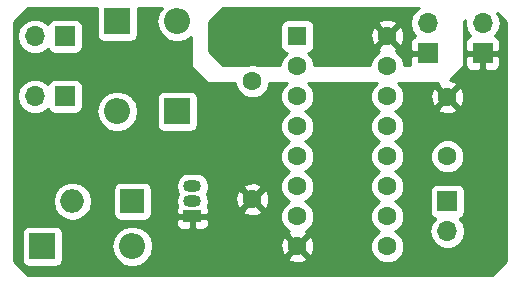
<source format=gbr>
G04 #@! TF.GenerationSoftware,KiCad,Pcbnew,6.0.0-rc1-unknown-7c960aa~66~ubuntu18.04.1*
G04 #@! TF.CreationDate,2018-10-18T20:47:30-04:00*
G04 #@! TF.ProjectId,Tach Circuit,5461636820436972637569742E6B6963,rev?*
G04 #@! TF.SameCoordinates,Original*
G04 #@! TF.FileFunction,Copper,L2,Bot,Signal*
G04 #@! TF.FilePolarity,Positive*
%FSLAX46Y46*%
G04 Gerber Fmt 4.6, Leading zero omitted, Abs format (unit mm)*
G04 Created by KiCad (PCBNEW 6.0.0-rc1-unknown-7c960aa~66~ubuntu18.04.1) date Thu 18 Oct 2018 08:47:30 PM EDT*
%MOMM*%
%LPD*%
G01*
G04 APERTURE LIST*
G04 #@! TA.AperFunction,ComponentPad*
%ADD10O,2.200000X2.200000*%
G04 #@! TD*
G04 #@! TA.AperFunction,ComponentPad*
%ADD11R,2.200000X2.200000*%
G04 #@! TD*
G04 #@! TA.AperFunction,ComponentPad*
%ADD12O,2.000000X2.000000*%
G04 #@! TD*
G04 #@! TA.AperFunction,ComponentPad*
%ADD13R,2.000000X2.000000*%
G04 #@! TD*
G04 #@! TA.AperFunction,ComponentPad*
%ADD14O,1.700000X1.700000*%
G04 #@! TD*
G04 #@! TA.AperFunction,ComponentPad*
%ADD15R,1.700000X1.700000*%
G04 #@! TD*
G04 #@! TA.AperFunction,ComponentPad*
%ADD16R,1.500000X1.050000*%
G04 #@! TD*
G04 #@! TA.AperFunction,ComponentPad*
%ADD17O,1.500000X1.050000*%
G04 #@! TD*
G04 #@! TA.AperFunction,ComponentPad*
%ADD18C,1.600000*%
G04 #@! TD*
G04 #@! TA.AperFunction,ComponentPad*
%ADD19R,1.600000X1.600000*%
G04 #@! TD*
G04 #@! TA.AperFunction,ViaPad*
%ADD20C,1.200000*%
G04 #@! TD*
G04 #@! TA.AperFunction,Conductor*
%ADD21C,0.250000*%
G04 #@! TD*
G04 #@! TA.AperFunction,Conductor*
%ADD22C,0.254000*%
G04 #@! TD*
G04 APERTURE END LIST*
D10*
G04 #@! TO.P,D3,2*
G04 #@! TO.N,Net-(D3-Pad2)*
X134620000Y85090000D03*
D11*
G04 #@! TO.P,D3,1*
G04 #@! TO.N,Net-(D2-Pad1)*
X127000000Y85090000D03*
G04 #@! TD*
D12*
G04 #@! TO.P,D2,2*
G04 #@! TO.N,Net-(D2-Pad2)*
X129540000Y88900000D03*
D13*
G04 #@! TO.P,D2,1*
G04 #@! TO.N,Net-(D2-Pad1)*
X134620000Y88900000D03*
G04 #@! TD*
D10*
G04 #@! TO.P,D1,2*
G04 #@! TO.N,Net-(D0-Pad1)*
X138430000Y104140000D03*
D11*
G04 #@! TO.P,D1,1*
G04 #@! TO.N,Net-(D1-Pad1)*
X138430000Y96520000D03*
G04 #@! TD*
D10*
G04 #@! TO.P,D0,2*
G04 #@! TO.N,Net-(D0-Pad2)*
X133350000Y96520000D03*
D11*
G04 #@! TO.P,D0,1*
G04 #@! TO.N,Net-(D0-Pad1)*
X133350000Y104140000D03*
G04 #@! TD*
D14*
G04 #@! TO.P,VCC1,2*
G04 #@! TO.N,N/C*
X159636385Y103973263D03*
D15*
G04 #@! TO.P,VCC1,1*
G04 #@! TO.N,+5V*
X159636385Y101433263D03*
G04 #@! TD*
D14*
G04 #@! TO.P,GND1,2*
G04 #@! TO.N,N/C*
X164286385Y103973263D03*
D15*
G04 #@! TO.P,GND1,1*
G04 #@! TO.N,GND*
X164286385Y101433263D03*
G04 #@! TD*
D16*
G04 #@! TO.P,Q1,1*
G04 #@! TO.N,GND*
X139700000Y87630000D03*
D17*
G04 #@! TO.P,Q1,3*
G04 #@! TO.N,Net-(C1-Pad1)*
X139700000Y90170000D03*
G04 #@! TO.P,Q1,2*
G04 #@! TO.N,Net-(D2-Pad1)*
X139700000Y88900000D03*
G04 #@! TD*
D14*
G04 #@! TO.P,Out1,2*
G04 #@! TO.N,N/C*
X161290000Y86360000D03*
D15*
G04 #@! TO.P,Out1,1*
G04 #@! TO.N,Net-(C2-Pad1)*
X161290000Y88900000D03*
G04 #@! TD*
D14*
G04 #@! TO.P,In2,2*
G04 #@! TO.N,N/C*
X126375061Y97790000D03*
D15*
G04 #@! TO.P,In2,1*
G04 #@! TO.N,Net-(D0-Pad2)*
X128915061Y97790000D03*
G04 #@! TD*
D14*
G04 #@! TO.P,In1,2*
G04 #@! TO.N,N/C*
X126375061Y102870000D03*
D15*
G04 #@! TO.P,In1,1*
G04 #@! TO.N,Net-(D0-Pad1)*
X128915061Y102870000D03*
G04 #@! TD*
D18*
G04 #@! TO.P,DIP1,9*
G04 #@! TO.N,Net-(DIP1-Pad9)*
X156210000Y85090000D03*
G04 #@! TO.P,DIP1,8*
G04 #@! TO.N,GND*
X148590000Y85090000D03*
G04 #@! TO.P,DIP1,16*
G04 #@! TO.N,+5V*
X156210000Y102870000D03*
G04 #@! TO.P,DIP1,15*
G04 #@! TO.N,Net-(C1-Pad1)*
X156210000Y100330000D03*
G04 #@! TO.P,DIP1,14*
G04 #@! TO.N,Net-(C2-Pad1)*
X156210000Y97790000D03*
G04 #@! TO.P,DIP1,13*
G04 #@! TO.N,Net-(DIP1-Pad13)*
X156210000Y95250000D03*
G04 #@! TO.P,DIP1,12*
G04 #@! TO.N,Net-(DIP1-Pad12)*
X156210000Y92710000D03*
G04 #@! TO.P,DIP1,11*
G04 #@! TO.N,Net-(DIP1-Pad11)*
X156210000Y90170000D03*
G04 #@! TO.P,DIP1,10*
G04 #@! TO.N,Net-(DIP1-Pad10)*
X156210000Y87630000D03*
G04 #@! TO.P,DIP1,7*
G04 #@! TO.N,Net-(DIP1-Pad7)*
X148590000Y87630000D03*
G04 #@! TO.P,DIP1,6*
G04 #@! TO.N,Net-(DIP1-Pad6)*
X148590000Y90170000D03*
G04 #@! TO.P,DIP1,5*
G04 #@! TO.N,Net-(DIP1-Pad5)*
X148590000Y92710000D03*
G04 #@! TO.P,DIP1,4*
G04 #@! TO.N,Net-(DIP1-Pad4)*
X148590000Y95250000D03*
G04 #@! TO.P,DIP1,3*
G04 #@! TO.N,Net-(DIP1-Pad3)*
X148590000Y97790000D03*
G04 #@! TO.P,DIP1,2*
G04 #@! TO.N,Net-(DIP1-Pad2)*
X148590000Y100330000D03*
D19*
G04 #@! TO.P,DIP1,1*
G04 #@! TO.N,Net-(C1-Pad1)*
X148590000Y102870000D03*
G04 #@! TD*
D18*
G04 #@! TO.P,C2,2*
G04 #@! TO.N,GND*
X161290000Y97710000D03*
G04 #@! TO.P,C2,1*
G04 #@! TO.N,Net-(C2-Pad1)*
X161290000Y92710000D03*
G04 #@! TD*
G04 #@! TO.P,C1,2*
G04 #@! TO.N,GND*
X144780000Y89060000D03*
G04 #@! TO.P,C1,1*
G04 #@! TO.N,Net-(C1-Pad1)*
X144780000Y99060000D03*
G04 #@! TD*
D20*
G04 #@! TO.N,+5V*
X146500000Y104140000D03*
G04 #@! TD*
D21*
G04 #@! TO.N,GND*
X161663122Y97710000D02*
X161290000Y97710000D01*
X140700000Y87630000D02*
X139700000Y87630000D01*
G04 #@! TD*
D22*
G04 #@! TO.N,GND*
G36*
X131602560Y105240000D02*
X131602560Y103040000D01*
X131651843Y102792235D01*
X131792191Y102582191D01*
X132002235Y102441843D01*
X132250000Y102392560D01*
X134450000Y102392560D01*
X134697765Y102441843D01*
X134907809Y102582191D01*
X135048157Y102792235D01*
X135097440Y103040000D01*
X135097440Y105240000D01*
X135088887Y105283000D01*
X137107062Y105283000D01*
X136795666Y104816963D01*
X136661010Y104140000D01*
X136795666Y103463037D01*
X137179135Y102889135D01*
X137753037Y102505666D01*
X138259120Y102405000D01*
X138600880Y102405000D01*
X139106963Y102505666D01*
X139573000Y102817062D01*
X139573000Y100330000D01*
X139582667Y100281399D01*
X139610197Y100240197D01*
X140880197Y98970197D01*
X140921399Y98942667D01*
X140970000Y98933000D01*
X143345000Y98933000D01*
X143345000Y98774561D01*
X143563466Y98247138D01*
X143967138Y97843466D01*
X144494561Y97625000D01*
X145065439Y97625000D01*
X145592862Y97843466D01*
X145996534Y98247138D01*
X146215000Y98774561D01*
X146215000Y98933000D01*
X147703604Y98933000D01*
X147373466Y98602862D01*
X147155000Y98075439D01*
X147155000Y97504561D01*
X147373466Y96977138D01*
X147777138Y96573466D01*
X147906216Y96520000D01*
X147777138Y96466534D01*
X147373466Y96062862D01*
X147155000Y95535439D01*
X147155000Y94964561D01*
X147373466Y94437138D01*
X147777138Y94033466D01*
X147906216Y93980000D01*
X147777138Y93926534D01*
X147373466Y93522862D01*
X147155000Y92995439D01*
X147155000Y92424561D01*
X147373466Y91897138D01*
X147777138Y91493466D01*
X147906216Y91440000D01*
X147777138Y91386534D01*
X147373466Y90982862D01*
X147155000Y90455439D01*
X147155000Y89884561D01*
X147373466Y89357138D01*
X147777138Y88953466D01*
X147906216Y88900000D01*
X147777138Y88846534D01*
X147373466Y88442862D01*
X147155000Y87915439D01*
X147155000Y87344561D01*
X147373466Y86817138D01*
X147777138Y86413466D01*
X147890583Y86366475D01*
X147835995Y86343864D01*
X147761861Y86097745D01*
X148590000Y85269605D01*
X149418139Y86097745D01*
X149344005Y86343864D01*
X149285552Y86364874D01*
X149402862Y86413466D01*
X149806534Y86817138D01*
X150025000Y87344561D01*
X150025000Y87915439D01*
X149806534Y88442862D01*
X149402862Y88846534D01*
X149273784Y88900000D01*
X149402862Y88953466D01*
X149806534Y89357138D01*
X150025000Y89884561D01*
X150025000Y90455439D01*
X149806534Y90982862D01*
X149402862Y91386534D01*
X149273784Y91440000D01*
X149402862Y91493466D01*
X149806534Y91897138D01*
X150025000Y92424561D01*
X150025000Y92995439D01*
X149806534Y93522862D01*
X149402862Y93926534D01*
X149273784Y93980000D01*
X149402862Y94033466D01*
X149806534Y94437138D01*
X150025000Y94964561D01*
X150025000Y95535439D01*
X149806534Y96062862D01*
X149402862Y96466534D01*
X149273784Y96520000D01*
X149402862Y96573466D01*
X149806534Y96977138D01*
X150025000Y97504561D01*
X150025000Y98075439D01*
X149806534Y98602862D01*
X149476396Y98933000D01*
X155323604Y98933000D01*
X154993466Y98602862D01*
X154775000Y98075439D01*
X154775000Y97504561D01*
X154993466Y96977138D01*
X155397138Y96573466D01*
X155526216Y96520000D01*
X155397138Y96466534D01*
X154993466Y96062862D01*
X154775000Y95535439D01*
X154775000Y94964561D01*
X154993466Y94437138D01*
X155397138Y94033466D01*
X155526216Y93980000D01*
X155397138Y93926534D01*
X154993466Y93522862D01*
X154775000Y92995439D01*
X154775000Y92424561D01*
X154993466Y91897138D01*
X155397138Y91493466D01*
X155526216Y91440000D01*
X155397138Y91386534D01*
X154993466Y90982862D01*
X154775000Y90455439D01*
X154775000Y89884561D01*
X154993466Y89357138D01*
X155397138Y88953466D01*
X155526216Y88900000D01*
X155397138Y88846534D01*
X154993466Y88442862D01*
X154775000Y87915439D01*
X154775000Y87344561D01*
X154993466Y86817138D01*
X155397138Y86413466D01*
X155526216Y86360000D01*
X155397138Y86306534D01*
X154993466Y85902862D01*
X154775000Y85375439D01*
X154775000Y84804561D01*
X154993466Y84277138D01*
X155397138Y83873466D01*
X155924561Y83655000D01*
X156495439Y83655000D01*
X157022862Y83873466D01*
X157426534Y84277138D01*
X157645000Y84804561D01*
X157645000Y85375439D01*
X157426534Y85902862D01*
X157022862Y86306534D01*
X156893784Y86360000D01*
X159775908Y86360000D01*
X159891161Y85780582D01*
X160219375Y85289375D01*
X160710582Y84961161D01*
X161143744Y84875000D01*
X161436256Y84875000D01*
X161869418Y84961161D01*
X162360625Y85289375D01*
X162688839Y85780582D01*
X162804092Y86360000D01*
X162688839Y86939418D01*
X162360625Y87430625D01*
X162342381Y87442816D01*
X162387765Y87451843D01*
X162597809Y87592191D01*
X162738157Y87802235D01*
X162787440Y88050000D01*
X162787440Y89750000D01*
X162738157Y89997765D01*
X162597809Y90207809D01*
X162387765Y90348157D01*
X162140000Y90397440D01*
X160440000Y90397440D01*
X160192235Y90348157D01*
X159982191Y90207809D01*
X159841843Y89997765D01*
X159792560Y89750000D01*
X159792560Y88050000D01*
X159841843Y87802235D01*
X159982191Y87592191D01*
X160192235Y87451843D01*
X160237619Y87442816D01*
X160219375Y87430625D01*
X159891161Y86939418D01*
X159775908Y86360000D01*
X156893784Y86360000D01*
X157022862Y86413466D01*
X157426534Y86817138D01*
X157645000Y87344561D01*
X157645000Y87915439D01*
X157426534Y88442862D01*
X157022862Y88846534D01*
X156893784Y88900000D01*
X157022862Y88953466D01*
X157426534Y89357138D01*
X157645000Y89884561D01*
X157645000Y90455439D01*
X157426534Y90982862D01*
X157022862Y91386534D01*
X156893784Y91440000D01*
X157022862Y91493466D01*
X157426534Y91897138D01*
X157645000Y92424561D01*
X157645000Y92995439D01*
X159855000Y92995439D01*
X159855000Y92424561D01*
X160073466Y91897138D01*
X160477138Y91493466D01*
X161004561Y91275000D01*
X161575439Y91275000D01*
X162102862Y91493466D01*
X162506534Y91897138D01*
X162725000Y92424561D01*
X162725000Y92995439D01*
X162506534Y93522862D01*
X162102862Y93926534D01*
X161575439Y94145000D01*
X161004561Y94145000D01*
X160477138Y93926534D01*
X160073466Y93522862D01*
X159855000Y92995439D01*
X157645000Y92995439D01*
X157426534Y93522862D01*
X157022862Y93926534D01*
X156893784Y93980000D01*
X157022862Y94033466D01*
X157426534Y94437138D01*
X157645000Y94964561D01*
X157645000Y95535439D01*
X157426534Y96062862D01*
X157022862Y96466534D01*
X156893784Y96520000D01*
X157022862Y96573466D01*
X157151651Y96702255D01*
X160461861Y96702255D01*
X160535995Y96456136D01*
X161073223Y96263035D01*
X161643454Y96290222D01*
X162044005Y96456136D01*
X162118139Y96702255D01*
X161290000Y97530395D01*
X160461861Y96702255D01*
X157151651Y96702255D01*
X157426534Y96977138D01*
X157645000Y97504561D01*
X157645000Y97926777D01*
X159843035Y97926777D01*
X159870222Y97356546D01*
X160036136Y96955995D01*
X160282255Y96881861D01*
X161110395Y97710000D01*
X161469605Y97710000D01*
X162297745Y96881861D01*
X162543864Y96955995D01*
X162736965Y97493223D01*
X162709778Y98063454D01*
X162543864Y98464005D01*
X162297745Y98538139D01*
X161469605Y97710000D01*
X161110395Y97710000D01*
X160282255Y98538139D01*
X160036136Y98464005D01*
X159843035Y97926777D01*
X157645000Y97926777D01*
X157645000Y98075439D01*
X157426534Y98602862D01*
X157096396Y98933000D01*
X160526698Y98933000D01*
X160461861Y98717745D01*
X161290000Y97889605D01*
X162118139Y98717745D01*
X162044005Y98963864D01*
X161550761Y99141155D01*
X162649803Y100240197D01*
X162677333Y100281399D01*
X162687000Y100330000D01*
X162687000Y101147513D01*
X162801385Y101147513D01*
X162801385Y100456953D01*
X162898058Y100223564D01*
X163076687Y100044936D01*
X163310076Y99948263D01*
X164000635Y99948263D01*
X164159385Y100107013D01*
X164159385Y101306263D01*
X164413385Y101306263D01*
X164413385Y100107013D01*
X164572135Y99948263D01*
X165262694Y99948263D01*
X165496083Y100044936D01*
X165674712Y100223564D01*
X165771385Y100456953D01*
X165771385Y101147513D01*
X165612635Y101306263D01*
X164413385Y101306263D01*
X164159385Y101306263D01*
X162960135Y101306263D01*
X162801385Y101147513D01*
X162687000Y101147513D01*
X162687000Y104087394D01*
X162821810Y104222204D01*
X162772293Y103973263D01*
X162887546Y103393845D01*
X163215760Y102902638D01*
X163237418Y102888167D01*
X163076687Y102821590D01*
X162898058Y102642962D01*
X162801385Y102409573D01*
X162801385Y101719013D01*
X162960135Y101560263D01*
X164159385Y101560263D01*
X164159385Y101580263D01*
X164413385Y101580263D01*
X164413385Y101560263D01*
X165612635Y101560263D01*
X165771385Y101719013D01*
X165771385Y102409573D01*
X165674712Y102642962D01*
X165496083Y102821590D01*
X165335352Y102888167D01*
X165357010Y102902638D01*
X165685224Y103393845D01*
X165800477Y103973263D01*
X165685224Y104552681D01*
X165498982Y104831412D01*
X166243000Y104087394D01*
X166243000Y83872606D01*
X165047394Y82677000D01*
X125782606Y82677000D01*
X124587000Y83872606D01*
X124587000Y86190000D01*
X125252560Y86190000D01*
X125252560Y83990000D01*
X125301843Y83742235D01*
X125442191Y83532191D01*
X125652235Y83391843D01*
X125900000Y83342560D01*
X128100000Y83342560D01*
X128347765Y83391843D01*
X128557809Y83532191D01*
X128698157Y83742235D01*
X128747440Y83990000D01*
X128747440Y85090000D01*
X132851010Y85090000D01*
X132985666Y84413037D01*
X133369135Y83839135D01*
X133943037Y83455666D01*
X134449120Y83355000D01*
X134790880Y83355000D01*
X135296963Y83455666D01*
X135870865Y83839135D01*
X136033312Y84082255D01*
X147761861Y84082255D01*
X147835995Y83836136D01*
X148373223Y83643035D01*
X148943454Y83670222D01*
X149344005Y83836136D01*
X149418139Y84082255D01*
X148590000Y84910395D01*
X147761861Y84082255D01*
X136033312Y84082255D01*
X136254334Y84413037D01*
X136388990Y85090000D01*
X136345871Y85306777D01*
X147143035Y85306777D01*
X147170222Y84736546D01*
X147336136Y84335995D01*
X147582255Y84261861D01*
X148410395Y85090000D01*
X148769605Y85090000D01*
X149597745Y84261861D01*
X149843864Y84335995D01*
X150036965Y84873223D01*
X150009778Y85443454D01*
X149843864Y85844005D01*
X149597745Y85918139D01*
X148769605Y85090000D01*
X148410395Y85090000D01*
X147582255Y85918139D01*
X147336136Y85844005D01*
X147143035Y85306777D01*
X136345871Y85306777D01*
X136254334Y85766963D01*
X135870865Y86340865D01*
X135296963Y86724334D01*
X134790880Y86825000D01*
X134449120Y86825000D01*
X133943037Y86724334D01*
X133369135Y86340865D01*
X132985666Y85766963D01*
X132851010Y85090000D01*
X128747440Y85090000D01*
X128747440Y86190000D01*
X128698157Y86437765D01*
X128557809Y86647809D01*
X128347765Y86788157D01*
X128100000Y86837440D01*
X125900000Y86837440D01*
X125652235Y86788157D01*
X125442191Y86647809D01*
X125301843Y86437765D01*
X125252560Y86190000D01*
X124587000Y86190000D01*
X124587000Y88900000D01*
X127872969Y88900000D01*
X127999864Y88262055D01*
X128361231Y87721231D01*
X128902055Y87359864D01*
X129378969Y87265000D01*
X129701031Y87265000D01*
X130177945Y87359864D01*
X130718769Y87721231D01*
X131080136Y88262055D01*
X131207031Y88900000D01*
X131080136Y89537945D01*
X130838219Y89900000D01*
X132972560Y89900000D01*
X132972560Y87900000D01*
X133021843Y87652235D01*
X133162191Y87442191D01*
X133372235Y87301843D01*
X133620000Y87252560D01*
X135620000Y87252560D01*
X135867765Y87301843D01*
X135931231Y87344250D01*
X138315000Y87344250D01*
X138315000Y86978691D01*
X138411673Y86745302D01*
X138590301Y86566673D01*
X138823690Y86470000D01*
X139414250Y86470000D01*
X139573000Y86628750D01*
X139573000Y87503000D01*
X139827000Y87503000D01*
X139827000Y86628750D01*
X139985750Y86470000D01*
X140576310Y86470000D01*
X140809699Y86566673D01*
X140988327Y86745302D01*
X141085000Y86978691D01*
X141085000Y87344250D01*
X140926250Y87503000D01*
X139827000Y87503000D01*
X139573000Y87503000D01*
X138473750Y87503000D01*
X138315000Y87344250D01*
X135931231Y87344250D01*
X136077809Y87442191D01*
X136218157Y87652235D01*
X136267440Y87900000D01*
X136267440Y89900000D01*
X136218157Y90147765D01*
X136203300Y90170000D01*
X138292275Y90170000D01*
X138382305Y89717391D01*
X138504174Y89535000D01*
X138382305Y89352609D01*
X138292275Y88900000D01*
X138382305Y88447391D01*
X138383224Y88446016D01*
X138315000Y88281309D01*
X138315000Y87915750D01*
X138473750Y87757000D01*
X139275290Y87757000D01*
X139360754Y87740000D01*
X140039246Y87740000D01*
X140124710Y87757000D01*
X140926250Y87757000D01*
X141085000Y87915750D01*
X141085000Y88052255D01*
X143951861Y88052255D01*
X144025995Y87806136D01*
X144563223Y87613035D01*
X145133454Y87640222D01*
X145534005Y87806136D01*
X145608139Y88052255D01*
X144780000Y88880395D01*
X143951861Y88052255D01*
X141085000Y88052255D01*
X141085000Y88281309D01*
X141016776Y88446016D01*
X141017695Y88447391D01*
X141107725Y88900000D01*
X141032780Y89276777D01*
X143333035Y89276777D01*
X143360222Y88706546D01*
X143526136Y88305995D01*
X143772255Y88231861D01*
X144600395Y89060000D01*
X144959605Y89060000D01*
X145787745Y88231861D01*
X146033864Y88305995D01*
X146226965Y88843223D01*
X146199778Y89413454D01*
X146033864Y89814005D01*
X145787745Y89888139D01*
X144959605Y89060000D01*
X144600395Y89060000D01*
X143772255Y89888139D01*
X143526136Y89814005D01*
X143333035Y89276777D01*
X141032780Y89276777D01*
X141017695Y89352609D01*
X140895826Y89535000D01*
X141017695Y89717391D01*
X141087385Y90067745D01*
X143951861Y90067745D01*
X144780000Y89239605D01*
X145608139Y90067745D01*
X145534005Y90313864D01*
X144996777Y90506965D01*
X144426546Y90479778D01*
X144025995Y90313864D01*
X143951861Y90067745D01*
X141087385Y90067745D01*
X141107725Y90170000D01*
X141017695Y90622609D01*
X140761313Y91006313D01*
X140377609Y91262695D01*
X140039246Y91330000D01*
X139360754Y91330000D01*
X139022391Y91262695D01*
X138638687Y91006313D01*
X138382305Y90622609D01*
X138292275Y90170000D01*
X136203300Y90170000D01*
X136077809Y90357809D01*
X135867765Y90498157D01*
X135620000Y90547440D01*
X133620000Y90547440D01*
X133372235Y90498157D01*
X133162191Y90357809D01*
X133021843Y90147765D01*
X132972560Y89900000D01*
X130838219Y89900000D01*
X130718769Y90078769D01*
X130177945Y90440136D01*
X129701031Y90535000D01*
X129378969Y90535000D01*
X128902055Y90440136D01*
X128361231Y90078769D01*
X127999864Y89537945D01*
X127872969Y88900000D01*
X124587000Y88900000D01*
X124587000Y97790000D01*
X124860969Y97790000D01*
X124976222Y97210582D01*
X125304436Y96719375D01*
X125795643Y96391161D01*
X126228805Y96305000D01*
X126521317Y96305000D01*
X126954479Y96391161D01*
X127445686Y96719375D01*
X127457877Y96737619D01*
X127466904Y96692235D01*
X127607252Y96482191D01*
X127817296Y96341843D01*
X128065061Y96292560D01*
X129765061Y96292560D01*
X130012826Y96341843D01*
X130222870Y96482191D01*
X130248133Y96520000D01*
X131581010Y96520000D01*
X131715666Y95843037D01*
X132099135Y95269135D01*
X132673037Y94885666D01*
X133179120Y94785000D01*
X133520880Y94785000D01*
X134026963Y94885666D01*
X134600865Y95269135D01*
X134984334Y95843037D01*
X135118990Y96520000D01*
X134984334Y97196963D01*
X134701670Y97620000D01*
X136682560Y97620000D01*
X136682560Y95420000D01*
X136731843Y95172235D01*
X136872191Y94962191D01*
X137082235Y94821843D01*
X137330000Y94772560D01*
X139530000Y94772560D01*
X139777765Y94821843D01*
X139987809Y94962191D01*
X140128157Y95172235D01*
X140177440Y95420000D01*
X140177440Y97620000D01*
X140128157Y97867765D01*
X139987809Y98077809D01*
X139777765Y98218157D01*
X139530000Y98267440D01*
X137330000Y98267440D01*
X137082235Y98218157D01*
X136872191Y98077809D01*
X136731843Y97867765D01*
X136682560Y97620000D01*
X134701670Y97620000D01*
X134600865Y97770865D01*
X134026963Y98154334D01*
X133520880Y98255000D01*
X133179120Y98255000D01*
X132673037Y98154334D01*
X132099135Y97770865D01*
X131715666Y97196963D01*
X131581010Y96520000D01*
X130248133Y96520000D01*
X130363218Y96692235D01*
X130412501Y96940000D01*
X130412501Y98640000D01*
X130363218Y98887765D01*
X130222870Y99097809D01*
X130012826Y99238157D01*
X129765061Y99287440D01*
X128065061Y99287440D01*
X127817296Y99238157D01*
X127607252Y99097809D01*
X127466904Y98887765D01*
X127457877Y98842381D01*
X127445686Y98860625D01*
X126954479Y99188839D01*
X126521317Y99275000D01*
X126228805Y99275000D01*
X125795643Y99188839D01*
X125304436Y98860625D01*
X124976222Y98369418D01*
X124860969Y97790000D01*
X124587000Y97790000D01*
X124587000Y102870000D01*
X124860969Y102870000D01*
X124976222Y102290582D01*
X125304436Y101799375D01*
X125795643Y101471161D01*
X126228805Y101385000D01*
X126521317Y101385000D01*
X126954479Y101471161D01*
X127445686Y101799375D01*
X127457877Y101817619D01*
X127466904Y101772235D01*
X127607252Y101562191D01*
X127817296Y101421843D01*
X128065061Y101372560D01*
X129765061Y101372560D01*
X130012826Y101421843D01*
X130222870Y101562191D01*
X130363218Y101772235D01*
X130412501Y102020000D01*
X130412501Y103720000D01*
X130363218Y103967765D01*
X130222870Y104177809D01*
X130012826Y104318157D01*
X129765061Y104367440D01*
X128065061Y104367440D01*
X127817296Y104318157D01*
X127607252Y104177809D01*
X127466904Y103967765D01*
X127457877Y103922381D01*
X127445686Y103940625D01*
X126954479Y104268839D01*
X126521317Y104355000D01*
X126228805Y104355000D01*
X125795643Y104268839D01*
X125304436Y103940625D01*
X124976222Y103449418D01*
X124860969Y102870000D01*
X124587000Y102870000D01*
X124587000Y104087394D01*
X125782606Y105283000D01*
X131611113Y105283000D01*
X131602560Y105240000D01*
X131602560Y105240000D01*
G37*
X131602560Y105240000D02*
X131602560Y103040000D01*
X131651843Y102792235D01*
X131792191Y102582191D01*
X132002235Y102441843D01*
X132250000Y102392560D01*
X134450000Y102392560D01*
X134697765Y102441843D01*
X134907809Y102582191D01*
X135048157Y102792235D01*
X135097440Y103040000D01*
X135097440Y105240000D01*
X135088887Y105283000D01*
X137107062Y105283000D01*
X136795666Y104816963D01*
X136661010Y104140000D01*
X136795666Y103463037D01*
X137179135Y102889135D01*
X137753037Y102505666D01*
X138259120Y102405000D01*
X138600880Y102405000D01*
X139106963Y102505666D01*
X139573000Y102817062D01*
X139573000Y100330000D01*
X139582667Y100281399D01*
X139610197Y100240197D01*
X140880197Y98970197D01*
X140921399Y98942667D01*
X140970000Y98933000D01*
X143345000Y98933000D01*
X143345000Y98774561D01*
X143563466Y98247138D01*
X143967138Y97843466D01*
X144494561Y97625000D01*
X145065439Y97625000D01*
X145592862Y97843466D01*
X145996534Y98247138D01*
X146215000Y98774561D01*
X146215000Y98933000D01*
X147703604Y98933000D01*
X147373466Y98602862D01*
X147155000Y98075439D01*
X147155000Y97504561D01*
X147373466Y96977138D01*
X147777138Y96573466D01*
X147906216Y96520000D01*
X147777138Y96466534D01*
X147373466Y96062862D01*
X147155000Y95535439D01*
X147155000Y94964561D01*
X147373466Y94437138D01*
X147777138Y94033466D01*
X147906216Y93980000D01*
X147777138Y93926534D01*
X147373466Y93522862D01*
X147155000Y92995439D01*
X147155000Y92424561D01*
X147373466Y91897138D01*
X147777138Y91493466D01*
X147906216Y91440000D01*
X147777138Y91386534D01*
X147373466Y90982862D01*
X147155000Y90455439D01*
X147155000Y89884561D01*
X147373466Y89357138D01*
X147777138Y88953466D01*
X147906216Y88900000D01*
X147777138Y88846534D01*
X147373466Y88442862D01*
X147155000Y87915439D01*
X147155000Y87344561D01*
X147373466Y86817138D01*
X147777138Y86413466D01*
X147890583Y86366475D01*
X147835995Y86343864D01*
X147761861Y86097745D01*
X148590000Y85269605D01*
X149418139Y86097745D01*
X149344005Y86343864D01*
X149285552Y86364874D01*
X149402862Y86413466D01*
X149806534Y86817138D01*
X150025000Y87344561D01*
X150025000Y87915439D01*
X149806534Y88442862D01*
X149402862Y88846534D01*
X149273784Y88900000D01*
X149402862Y88953466D01*
X149806534Y89357138D01*
X150025000Y89884561D01*
X150025000Y90455439D01*
X149806534Y90982862D01*
X149402862Y91386534D01*
X149273784Y91440000D01*
X149402862Y91493466D01*
X149806534Y91897138D01*
X150025000Y92424561D01*
X150025000Y92995439D01*
X149806534Y93522862D01*
X149402862Y93926534D01*
X149273784Y93980000D01*
X149402862Y94033466D01*
X149806534Y94437138D01*
X150025000Y94964561D01*
X150025000Y95535439D01*
X149806534Y96062862D01*
X149402862Y96466534D01*
X149273784Y96520000D01*
X149402862Y96573466D01*
X149806534Y96977138D01*
X150025000Y97504561D01*
X150025000Y98075439D01*
X149806534Y98602862D01*
X149476396Y98933000D01*
X155323604Y98933000D01*
X154993466Y98602862D01*
X154775000Y98075439D01*
X154775000Y97504561D01*
X154993466Y96977138D01*
X155397138Y96573466D01*
X155526216Y96520000D01*
X155397138Y96466534D01*
X154993466Y96062862D01*
X154775000Y95535439D01*
X154775000Y94964561D01*
X154993466Y94437138D01*
X155397138Y94033466D01*
X155526216Y93980000D01*
X155397138Y93926534D01*
X154993466Y93522862D01*
X154775000Y92995439D01*
X154775000Y92424561D01*
X154993466Y91897138D01*
X155397138Y91493466D01*
X155526216Y91440000D01*
X155397138Y91386534D01*
X154993466Y90982862D01*
X154775000Y90455439D01*
X154775000Y89884561D01*
X154993466Y89357138D01*
X155397138Y88953466D01*
X155526216Y88900000D01*
X155397138Y88846534D01*
X154993466Y88442862D01*
X154775000Y87915439D01*
X154775000Y87344561D01*
X154993466Y86817138D01*
X155397138Y86413466D01*
X155526216Y86360000D01*
X155397138Y86306534D01*
X154993466Y85902862D01*
X154775000Y85375439D01*
X154775000Y84804561D01*
X154993466Y84277138D01*
X155397138Y83873466D01*
X155924561Y83655000D01*
X156495439Y83655000D01*
X157022862Y83873466D01*
X157426534Y84277138D01*
X157645000Y84804561D01*
X157645000Y85375439D01*
X157426534Y85902862D01*
X157022862Y86306534D01*
X156893784Y86360000D01*
X159775908Y86360000D01*
X159891161Y85780582D01*
X160219375Y85289375D01*
X160710582Y84961161D01*
X161143744Y84875000D01*
X161436256Y84875000D01*
X161869418Y84961161D01*
X162360625Y85289375D01*
X162688839Y85780582D01*
X162804092Y86360000D01*
X162688839Y86939418D01*
X162360625Y87430625D01*
X162342381Y87442816D01*
X162387765Y87451843D01*
X162597809Y87592191D01*
X162738157Y87802235D01*
X162787440Y88050000D01*
X162787440Y89750000D01*
X162738157Y89997765D01*
X162597809Y90207809D01*
X162387765Y90348157D01*
X162140000Y90397440D01*
X160440000Y90397440D01*
X160192235Y90348157D01*
X159982191Y90207809D01*
X159841843Y89997765D01*
X159792560Y89750000D01*
X159792560Y88050000D01*
X159841843Y87802235D01*
X159982191Y87592191D01*
X160192235Y87451843D01*
X160237619Y87442816D01*
X160219375Y87430625D01*
X159891161Y86939418D01*
X159775908Y86360000D01*
X156893784Y86360000D01*
X157022862Y86413466D01*
X157426534Y86817138D01*
X157645000Y87344561D01*
X157645000Y87915439D01*
X157426534Y88442862D01*
X157022862Y88846534D01*
X156893784Y88900000D01*
X157022862Y88953466D01*
X157426534Y89357138D01*
X157645000Y89884561D01*
X157645000Y90455439D01*
X157426534Y90982862D01*
X157022862Y91386534D01*
X156893784Y91440000D01*
X157022862Y91493466D01*
X157426534Y91897138D01*
X157645000Y92424561D01*
X157645000Y92995439D01*
X159855000Y92995439D01*
X159855000Y92424561D01*
X160073466Y91897138D01*
X160477138Y91493466D01*
X161004561Y91275000D01*
X161575439Y91275000D01*
X162102862Y91493466D01*
X162506534Y91897138D01*
X162725000Y92424561D01*
X162725000Y92995439D01*
X162506534Y93522862D01*
X162102862Y93926534D01*
X161575439Y94145000D01*
X161004561Y94145000D01*
X160477138Y93926534D01*
X160073466Y93522862D01*
X159855000Y92995439D01*
X157645000Y92995439D01*
X157426534Y93522862D01*
X157022862Y93926534D01*
X156893784Y93980000D01*
X157022862Y94033466D01*
X157426534Y94437138D01*
X157645000Y94964561D01*
X157645000Y95535439D01*
X157426534Y96062862D01*
X157022862Y96466534D01*
X156893784Y96520000D01*
X157022862Y96573466D01*
X157151651Y96702255D01*
X160461861Y96702255D01*
X160535995Y96456136D01*
X161073223Y96263035D01*
X161643454Y96290222D01*
X162044005Y96456136D01*
X162118139Y96702255D01*
X161290000Y97530395D01*
X160461861Y96702255D01*
X157151651Y96702255D01*
X157426534Y96977138D01*
X157645000Y97504561D01*
X157645000Y97926777D01*
X159843035Y97926777D01*
X159870222Y97356546D01*
X160036136Y96955995D01*
X160282255Y96881861D01*
X161110395Y97710000D01*
X161469605Y97710000D01*
X162297745Y96881861D01*
X162543864Y96955995D01*
X162736965Y97493223D01*
X162709778Y98063454D01*
X162543864Y98464005D01*
X162297745Y98538139D01*
X161469605Y97710000D01*
X161110395Y97710000D01*
X160282255Y98538139D01*
X160036136Y98464005D01*
X159843035Y97926777D01*
X157645000Y97926777D01*
X157645000Y98075439D01*
X157426534Y98602862D01*
X157096396Y98933000D01*
X160526698Y98933000D01*
X160461861Y98717745D01*
X161290000Y97889605D01*
X162118139Y98717745D01*
X162044005Y98963864D01*
X161550761Y99141155D01*
X162649803Y100240197D01*
X162677333Y100281399D01*
X162687000Y100330000D01*
X162687000Y101147513D01*
X162801385Y101147513D01*
X162801385Y100456953D01*
X162898058Y100223564D01*
X163076687Y100044936D01*
X163310076Y99948263D01*
X164000635Y99948263D01*
X164159385Y100107013D01*
X164159385Y101306263D01*
X164413385Y101306263D01*
X164413385Y100107013D01*
X164572135Y99948263D01*
X165262694Y99948263D01*
X165496083Y100044936D01*
X165674712Y100223564D01*
X165771385Y100456953D01*
X165771385Y101147513D01*
X165612635Y101306263D01*
X164413385Y101306263D01*
X164159385Y101306263D01*
X162960135Y101306263D01*
X162801385Y101147513D01*
X162687000Y101147513D01*
X162687000Y104087394D01*
X162821810Y104222204D01*
X162772293Y103973263D01*
X162887546Y103393845D01*
X163215760Y102902638D01*
X163237418Y102888167D01*
X163076687Y102821590D01*
X162898058Y102642962D01*
X162801385Y102409573D01*
X162801385Y101719013D01*
X162960135Y101560263D01*
X164159385Y101560263D01*
X164159385Y101580263D01*
X164413385Y101580263D01*
X164413385Y101560263D01*
X165612635Y101560263D01*
X165771385Y101719013D01*
X165771385Y102409573D01*
X165674712Y102642962D01*
X165496083Y102821590D01*
X165335352Y102888167D01*
X165357010Y102902638D01*
X165685224Y103393845D01*
X165800477Y103973263D01*
X165685224Y104552681D01*
X165498982Y104831412D01*
X166243000Y104087394D01*
X166243000Y83872606D01*
X165047394Y82677000D01*
X125782606Y82677000D01*
X124587000Y83872606D01*
X124587000Y86190000D01*
X125252560Y86190000D01*
X125252560Y83990000D01*
X125301843Y83742235D01*
X125442191Y83532191D01*
X125652235Y83391843D01*
X125900000Y83342560D01*
X128100000Y83342560D01*
X128347765Y83391843D01*
X128557809Y83532191D01*
X128698157Y83742235D01*
X128747440Y83990000D01*
X128747440Y85090000D01*
X132851010Y85090000D01*
X132985666Y84413037D01*
X133369135Y83839135D01*
X133943037Y83455666D01*
X134449120Y83355000D01*
X134790880Y83355000D01*
X135296963Y83455666D01*
X135870865Y83839135D01*
X136033312Y84082255D01*
X147761861Y84082255D01*
X147835995Y83836136D01*
X148373223Y83643035D01*
X148943454Y83670222D01*
X149344005Y83836136D01*
X149418139Y84082255D01*
X148590000Y84910395D01*
X147761861Y84082255D01*
X136033312Y84082255D01*
X136254334Y84413037D01*
X136388990Y85090000D01*
X136345871Y85306777D01*
X147143035Y85306777D01*
X147170222Y84736546D01*
X147336136Y84335995D01*
X147582255Y84261861D01*
X148410395Y85090000D01*
X148769605Y85090000D01*
X149597745Y84261861D01*
X149843864Y84335995D01*
X150036965Y84873223D01*
X150009778Y85443454D01*
X149843864Y85844005D01*
X149597745Y85918139D01*
X148769605Y85090000D01*
X148410395Y85090000D01*
X147582255Y85918139D01*
X147336136Y85844005D01*
X147143035Y85306777D01*
X136345871Y85306777D01*
X136254334Y85766963D01*
X135870865Y86340865D01*
X135296963Y86724334D01*
X134790880Y86825000D01*
X134449120Y86825000D01*
X133943037Y86724334D01*
X133369135Y86340865D01*
X132985666Y85766963D01*
X132851010Y85090000D01*
X128747440Y85090000D01*
X128747440Y86190000D01*
X128698157Y86437765D01*
X128557809Y86647809D01*
X128347765Y86788157D01*
X128100000Y86837440D01*
X125900000Y86837440D01*
X125652235Y86788157D01*
X125442191Y86647809D01*
X125301843Y86437765D01*
X125252560Y86190000D01*
X124587000Y86190000D01*
X124587000Y88900000D01*
X127872969Y88900000D01*
X127999864Y88262055D01*
X128361231Y87721231D01*
X128902055Y87359864D01*
X129378969Y87265000D01*
X129701031Y87265000D01*
X130177945Y87359864D01*
X130718769Y87721231D01*
X131080136Y88262055D01*
X131207031Y88900000D01*
X131080136Y89537945D01*
X130838219Y89900000D01*
X132972560Y89900000D01*
X132972560Y87900000D01*
X133021843Y87652235D01*
X133162191Y87442191D01*
X133372235Y87301843D01*
X133620000Y87252560D01*
X135620000Y87252560D01*
X135867765Y87301843D01*
X135931231Y87344250D01*
X138315000Y87344250D01*
X138315000Y86978691D01*
X138411673Y86745302D01*
X138590301Y86566673D01*
X138823690Y86470000D01*
X139414250Y86470000D01*
X139573000Y86628750D01*
X139573000Y87503000D01*
X139827000Y87503000D01*
X139827000Y86628750D01*
X139985750Y86470000D01*
X140576310Y86470000D01*
X140809699Y86566673D01*
X140988327Y86745302D01*
X141085000Y86978691D01*
X141085000Y87344250D01*
X140926250Y87503000D01*
X139827000Y87503000D01*
X139573000Y87503000D01*
X138473750Y87503000D01*
X138315000Y87344250D01*
X135931231Y87344250D01*
X136077809Y87442191D01*
X136218157Y87652235D01*
X136267440Y87900000D01*
X136267440Y89900000D01*
X136218157Y90147765D01*
X136203300Y90170000D01*
X138292275Y90170000D01*
X138382305Y89717391D01*
X138504174Y89535000D01*
X138382305Y89352609D01*
X138292275Y88900000D01*
X138382305Y88447391D01*
X138383224Y88446016D01*
X138315000Y88281309D01*
X138315000Y87915750D01*
X138473750Y87757000D01*
X139275290Y87757000D01*
X139360754Y87740000D01*
X140039246Y87740000D01*
X140124710Y87757000D01*
X140926250Y87757000D01*
X141085000Y87915750D01*
X141085000Y88052255D01*
X143951861Y88052255D01*
X144025995Y87806136D01*
X144563223Y87613035D01*
X145133454Y87640222D01*
X145534005Y87806136D01*
X145608139Y88052255D01*
X144780000Y88880395D01*
X143951861Y88052255D01*
X141085000Y88052255D01*
X141085000Y88281309D01*
X141016776Y88446016D01*
X141017695Y88447391D01*
X141107725Y88900000D01*
X141032780Y89276777D01*
X143333035Y89276777D01*
X143360222Y88706546D01*
X143526136Y88305995D01*
X143772255Y88231861D01*
X144600395Y89060000D01*
X144959605Y89060000D01*
X145787745Y88231861D01*
X146033864Y88305995D01*
X146226965Y88843223D01*
X146199778Y89413454D01*
X146033864Y89814005D01*
X145787745Y89888139D01*
X144959605Y89060000D01*
X144600395Y89060000D01*
X143772255Y89888139D01*
X143526136Y89814005D01*
X143333035Y89276777D01*
X141032780Y89276777D01*
X141017695Y89352609D01*
X140895826Y89535000D01*
X141017695Y89717391D01*
X141087385Y90067745D01*
X143951861Y90067745D01*
X144780000Y89239605D01*
X145608139Y90067745D01*
X145534005Y90313864D01*
X144996777Y90506965D01*
X144426546Y90479778D01*
X144025995Y90313864D01*
X143951861Y90067745D01*
X141087385Y90067745D01*
X141107725Y90170000D01*
X141017695Y90622609D01*
X140761313Y91006313D01*
X140377609Y91262695D01*
X140039246Y91330000D01*
X139360754Y91330000D01*
X139022391Y91262695D01*
X138638687Y91006313D01*
X138382305Y90622609D01*
X138292275Y90170000D01*
X136203300Y90170000D01*
X136077809Y90357809D01*
X135867765Y90498157D01*
X135620000Y90547440D01*
X133620000Y90547440D01*
X133372235Y90498157D01*
X133162191Y90357809D01*
X133021843Y90147765D01*
X132972560Y89900000D01*
X130838219Y89900000D01*
X130718769Y90078769D01*
X130177945Y90440136D01*
X129701031Y90535000D01*
X129378969Y90535000D01*
X128902055Y90440136D01*
X128361231Y90078769D01*
X127999864Y89537945D01*
X127872969Y88900000D01*
X124587000Y88900000D01*
X124587000Y97790000D01*
X124860969Y97790000D01*
X124976222Y97210582D01*
X125304436Y96719375D01*
X125795643Y96391161D01*
X126228805Y96305000D01*
X126521317Y96305000D01*
X126954479Y96391161D01*
X127445686Y96719375D01*
X127457877Y96737619D01*
X127466904Y96692235D01*
X127607252Y96482191D01*
X127817296Y96341843D01*
X128065061Y96292560D01*
X129765061Y96292560D01*
X130012826Y96341843D01*
X130222870Y96482191D01*
X130248133Y96520000D01*
X131581010Y96520000D01*
X131715666Y95843037D01*
X132099135Y95269135D01*
X132673037Y94885666D01*
X133179120Y94785000D01*
X133520880Y94785000D01*
X134026963Y94885666D01*
X134600865Y95269135D01*
X134984334Y95843037D01*
X135118990Y96520000D01*
X134984334Y97196963D01*
X134701670Y97620000D01*
X136682560Y97620000D01*
X136682560Y95420000D01*
X136731843Y95172235D01*
X136872191Y94962191D01*
X137082235Y94821843D01*
X137330000Y94772560D01*
X139530000Y94772560D01*
X139777765Y94821843D01*
X139987809Y94962191D01*
X140128157Y95172235D01*
X140177440Y95420000D01*
X140177440Y97620000D01*
X140128157Y97867765D01*
X139987809Y98077809D01*
X139777765Y98218157D01*
X139530000Y98267440D01*
X137330000Y98267440D01*
X137082235Y98218157D01*
X136872191Y98077809D01*
X136731843Y97867765D01*
X136682560Y97620000D01*
X134701670Y97620000D01*
X134600865Y97770865D01*
X134026963Y98154334D01*
X133520880Y98255000D01*
X133179120Y98255000D01*
X132673037Y98154334D01*
X132099135Y97770865D01*
X131715666Y97196963D01*
X131581010Y96520000D01*
X130248133Y96520000D01*
X130363218Y96692235D01*
X130412501Y96940000D01*
X130412501Y98640000D01*
X130363218Y98887765D01*
X130222870Y99097809D01*
X130012826Y99238157D01*
X129765061Y99287440D01*
X128065061Y99287440D01*
X127817296Y99238157D01*
X127607252Y99097809D01*
X127466904Y98887765D01*
X127457877Y98842381D01*
X127445686Y98860625D01*
X126954479Y99188839D01*
X126521317Y99275000D01*
X126228805Y99275000D01*
X125795643Y99188839D01*
X125304436Y98860625D01*
X124976222Y98369418D01*
X124860969Y97790000D01*
X124587000Y97790000D01*
X124587000Y102870000D01*
X124860969Y102870000D01*
X124976222Y102290582D01*
X125304436Y101799375D01*
X125795643Y101471161D01*
X126228805Y101385000D01*
X126521317Y101385000D01*
X126954479Y101471161D01*
X127445686Y101799375D01*
X127457877Y101817619D01*
X127466904Y101772235D01*
X127607252Y101562191D01*
X127817296Y101421843D01*
X128065061Y101372560D01*
X129765061Y101372560D01*
X130012826Y101421843D01*
X130222870Y101562191D01*
X130363218Y101772235D01*
X130412501Y102020000D01*
X130412501Y103720000D01*
X130363218Y103967765D01*
X130222870Y104177809D01*
X130012826Y104318157D01*
X129765061Y104367440D01*
X128065061Y104367440D01*
X127817296Y104318157D01*
X127607252Y104177809D01*
X127466904Y103967765D01*
X127457877Y103922381D01*
X127445686Y103940625D01*
X126954479Y104268839D01*
X126521317Y104355000D01*
X126228805Y104355000D01*
X125795643Y104268839D01*
X125304436Y103940625D01*
X124976222Y103449418D01*
X124860969Y102870000D01*
X124587000Y102870000D01*
X124587000Y104087394D01*
X125782606Y105283000D01*
X131611113Y105283000D01*
X131602560Y105240000D01*
G04 #@! TO.N,+5V*
G36*
X158565760Y105043888D02*
X158237546Y104552681D01*
X158122293Y103973263D01*
X158237546Y103393845D01*
X158565760Y102902638D01*
X158587418Y102888167D01*
X158426687Y102821590D01*
X158248058Y102642962D01*
X158151385Y102409573D01*
X158151385Y101719013D01*
X158310135Y101560263D01*
X159509385Y101560263D01*
X159509385Y101580263D01*
X159763385Y101580263D01*
X159763385Y101560263D01*
X159783385Y101560263D01*
X159783385Y101306263D01*
X159763385Y101306263D01*
X159763385Y101286263D01*
X159509385Y101286263D01*
X159509385Y101306263D01*
X158310135Y101306263D01*
X158151385Y101147513D01*
X158151385Y100457000D01*
X157645000Y100457000D01*
X157645000Y100615439D01*
X157426534Y101142862D01*
X157022862Y101546534D01*
X156909417Y101593525D01*
X156964005Y101616136D01*
X157038139Y101862255D01*
X156210000Y102690395D01*
X155381861Y101862255D01*
X155455995Y101616136D01*
X155514448Y101595126D01*
X155397138Y101546534D01*
X154993466Y101142862D01*
X154775000Y100615439D01*
X154775000Y100457000D01*
X150025000Y100457000D01*
X150025000Y100615439D01*
X149806534Y101142862D01*
X149504134Y101445262D01*
X149637765Y101471843D01*
X149847809Y101612191D01*
X149988157Y101822235D01*
X150037440Y102070000D01*
X150037440Y103086777D01*
X154763035Y103086777D01*
X154790222Y102516546D01*
X154956136Y102115995D01*
X155202255Y102041861D01*
X156030395Y102870000D01*
X156389605Y102870000D01*
X157217745Y102041861D01*
X157463864Y102115995D01*
X157656965Y102653223D01*
X157629778Y103223454D01*
X157463864Y103624005D01*
X157217745Y103698139D01*
X156389605Y102870000D01*
X156030395Y102870000D01*
X155202255Y103698139D01*
X154956136Y103624005D01*
X154763035Y103086777D01*
X150037440Y103086777D01*
X150037440Y103670000D01*
X149996118Y103877745D01*
X155381861Y103877745D01*
X156210000Y103049605D01*
X157038139Y103877745D01*
X156964005Y104123864D01*
X156426777Y104316965D01*
X155856546Y104289778D01*
X155455995Y104123864D01*
X155381861Y103877745D01*
X149996118Y103877745D01*
X149988157Y103917765D01*
X149847809Y104127809D01*
X149637765Y104268157D01*
X149390000Y104317440D01*
X147790000Y104317440D01*
X147542235Y104268157D01*
X147332191Y104127809D01*
X147191843Y103917765D01*
X147142560Y103670000D01*
X147142560Y102070000D01*
X147191843Y101822235D01*
X147332191Y101612191D01*
X147542235Y101471843D01*
X147675866Y101445262D01*
X147373466Y101142862D01*
X147155000Y100615439D01*
X147155000Y100457000D01*
X145157179Y100457000D01*
X145065439Y100495000D01*
X144494561Y100495000D01*
X144402821Y100457000D01*
X142292606Y100457000D01*
X141097000Y101652606D01*
X141097000Y104087394D01*
X142292606Y105283000D01*
X158923616Y105283000D01*
X158565760Y105043888D01*
X158565760Y105043888D01*
G37*
X158565760Y105043888D02*
X158237546Y104552681D01*
X158122293Y103973263D01*
X158237546Y103393845D01*
X158565760Y102902638D01*
X158587418Y102888167D01*
X158426687Y102821590D01*
X158248058Y102642962D01*
X158151385Y102409573D01*
X158151385Y101719013D01*
X158310135Y101560263D01*
X159509385Y101560263D01*
X159509385Y101580263D01*
X159763385Y101580263D01*
X159763385Y101560263D01*
X159783385Y101560263D01*
X159783385Y101306263D01*
X159763385Y101306263D01*
X159763385Y101286263D01*
X159509385Y101286263D01*
X159509385Y101306263D01*
X158310135Y101306263D01*
X158151385Y101147513D01*
X158151385Y100457000D01*
X157645000Y100457000D01*
X157645000Y100615439D01*
X157426534Y101142862D01*
X157022862Y101546534D01*
X156909417Y101593525D01*
X156964005Y101616136D01*
X157038139Y101862255D01*
X156210000Y102690395D01*
X155381861Y101862255D01*
X155455995Y101616136D01*
X155514448Y101595126D01*
X155397138Y101546534D01*
X154993466Y101142862D01*
X154775000Y100615439D01*
X154775000Y100457000D01*
X150025000Y100457000D01*
X150025000Y100615439D01*
X149806534Y101142862D01*
X149504134Y101445262D01*
X149637765Y101471843D01*
X149847809Y101612191D01*
X149988157Y101822235D01*
X150037440Y102070000D01*
X150037440Y103086777D01*
X154763035Y103086777D01*
X154790222Y102516546D01*
X154956136Y102115995D01*
X155202255Y102041861D01*
X156030395Y102870000D01*
X156389605Y102870000D01*
X157217745Y102041861D01*
X157463864Y102115995D01*
X157656965Y102653223D01*
X157629778Y103223454D01*
X157463864Y103624005D01*
X157217745Y103698139D01*
X156389605Y102870000D01*
X156030395Y102870000D01*
X155202255Y103698139D01*
X154956136Y103624005D01*
X154763035Y103086777D01*
X150037440Y103086777D01*
X150037440Y103670000D01*
X149996118Y103877745D01*
X155381861Y103877745D01*
X156210000Y103049605D01*
X157038139Y103877745D01*
X156964005Y104123864D01*
X156426777Y104316965D01*
X155856546Y104289778D01*
X155455995Y104123864D01*
X155381861Y103877745D01*
X149996118Y103877745D01*
X149988157Y103917765D01*
X149847809Y104127809D01*
X149637765Y104268157D01*
X149390000Y104317440D01*
X147790000Y104317440D01*
X147542235Y104268157D01*
X147332191Y104127809D01*
X147191843Y103917765D01*
X147142560Y103670000D01*
X147142560Y102070000D01*
X147191843Y101822235D01*
X147332191Y101612191D01*
X147542235Y101471843D01*
X147675866Y101445262D01*
X147373466Y101142862D01*
X147155000Y100615439D01*
X147155000Y100457000D01*
X145157179Y100457000D01*
X145065439Y100495000D01*
X144494561Y100495000D01*
X144402821Y100457000D01*
X142292606Y100457000D01*
X141097000Y101652606D01*
X141097000Y104087394D01*
X142292606Y105283000D01*
X158923616Y105283000D01*
X158565760Y105043888D01*
G04 #@! TD*
M02*

</source>
